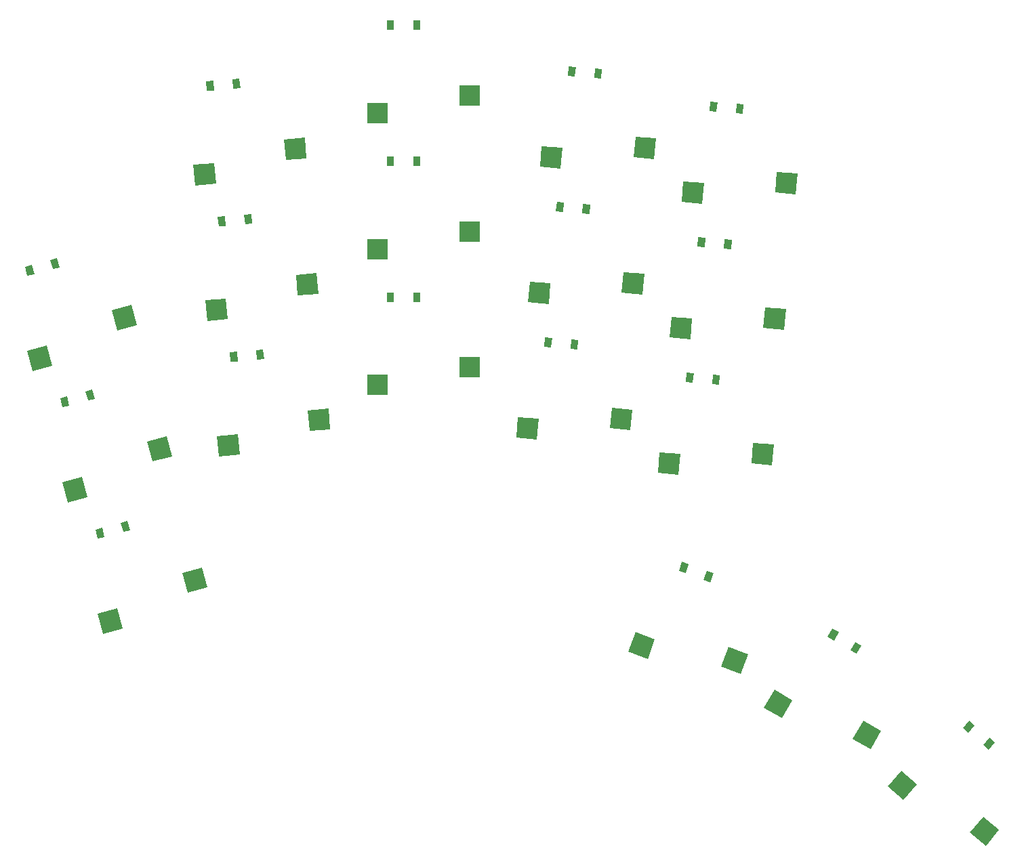
<source format=gbr>
%TF.GenerationSoftware,KiCad,Pcbnew,(5.1.10)-1*%
%TF.CreationDate,2021-09-28T22:32:17-05:00*%
%TF.ProjectId,a_duck,615f6475-636b-42e6-9b69-6361645f7063,VERSION_HERE*%
%TF.SameCoordinates,Original*%
%TF.FileFunction,Paste,Top*%
%TF.FilePolarity,Positive*%
%FSLAX46Y46*%
G04 Gerber Fmt 4.6, Leading zero omitted, Abs format (unit mm)*
G04 Created by KiCad (PCBNEW (5.1.10)-1) date 2021-09-28 22:32:17*
%MOMM*%
%LPD*%
G01*
G04 APERTURE LIST*
%ADD10C,0.100000*%
%ADD11R,2.600000X2.600000*%
%ADD12R,0.900000X1.200000*%
G04 APERTURE END LIST*
D10*
%TO.C,S16*%
G36*
X227146300Y-185025827D02*
G01*
X226257047Y-187469028D01*
X223813846Y-186579775D01*
X224703099Y-184136574D01*
X227146300Y-185025827D01*
G37*
G36*
X238752194Y-186908836D02*
G01*
X237862941Y-189352037D01*
X235419740Y-188462784D01*
X236308993Y-186019583D01*
X238752194Y-186908836D01*
G37*
%TD*%
%TO.C,S1*%
G36*
X159989631Y-181175734D02*
G01*
X160662560Y-183687141D01*
X158151153Y-184360070D01*
X157478224Y-181848663D01*
X159989631Y-181175734D01*
G37*
G36*
X170576673Y-176061337D02*
G01*
X171249602Y-178572744D01*
X168738195Y-179245673D01*
X168065266Y-176734266D01*
X170576673Y-176061337D01*
G37*
%TD*%
D11*
%TO.C,S7*%
X192443113Y-153250361D03*
X203993113Y-151050361D03*
%TD*%
%TO.C,S8*%
X192443113Y-136250361D03*
X203993113Y-134050361D03*
%TD*%
D10*
%TO.C,S6*%
G36*
X172073338Y-125512776D02*
G01*
X172299943Y-128102883D01*
X169709836Y-128329488D01*
X169483231Y-125739381D01*
X172073338Y-125512776D01*
G37*
G36*
X183387644Y-122314498D02*
G01*
X183614249Y-124904605D01*
X181024142Y-125131210D01*
X180797537Y-122541103D01*
X183387644Y-122314498D01*
G37*
%TD*%
D11*
%TO.C,S9*%
X192443113Y-119250361D03*
X203993113Y-117050361D03*
%TD*%
D10*
%TO.C,D1*%
G36*
X161272884Y-170220307D02*
G01*
X161583467Y-171379418D01*
X160714134Y-171612355D01*
X160403551Y-170453244D01*
X161272884Y-170220307D01*
G37*
G36*
X158085328Y-171074409D02*
G01*
X158395911Y-172233520D01*
X157526578Y-172466457D01*
X157215995Y-171307346D01*
X158085328Y-171074409D01*
G37*
%TD*%
%TO.C,S2*%
G36*
X155589708Y-164754995D02*
G01*
X156262637Y-167266402D01*
X153751230Y-167939331D01*
X153078301Y-165427924D01*
X155589708Y-164754995D01*
G37*
G36*
X166176750Y-159640598D02*
G01*
X166849679Y-162152005D01*
X164338272Y-162824934D01*
X163665343Y-160313527D01*
X166176750Y-159640598D01*
G37*
%TD*%
%TO.C,D2*%
G36*
X156872960Y-153799568D02*
G01*
X157183543Y-154958679D01*
X156314210Y-155191616D01*
X156003627Y-154032505D01*
X156872960Y-153799568D01*
G37*
G36*
X153685404Y-154653670D02*
G01*
X153995987Y-155812781D01*
X153126654Y-156045718D01*
X152816071Y-154886607D01*
X153685404Y-154653670D01*
G37*
%TD*%
%TO.C,S3*%
G36*
X151189784Y-148334256D02*
G01*
X151862713Y-150845663D01*
X149351306Y-151518592D01*
X148678377Y-149007185D01*
X151189784Y-148334256D01*
G37*
G36*
X161776826Y-143219859D02*
G01*
X162449755Y-145731266D01*
X159938348Y-146404195D01*
X159265419Y-143892788D01*
X161776826Y-143219859D01*
G37*
%TD*%
%TO.C,D3*%
G36*
X152473037Y-137378829D02*
G01*
X152783620Y-138537940D01*
X151914287Y-138770877D01*
X151603704Y-137611766D01*
X152473037Y-137378829D01*
G37*
G36*
X149285481Y-138232931D02*
G01*
X149596064Y-139392042D01*
X148726731Y-139624979D01*
X148416148Y-138465868D01*
X149285481Y-138232931D01*
G37*
%TD*%
%TO.C,S4*%
G36*
X175036633Y-159383396D02*
G01*
X175263238Y-161973503D01*
X172673131Y-162200108D01*
X172446526Y-159610001D01*
X175036633Y-159383396D01*
G37*
G36*
X186350939Y-156185118D02*
G01*
X186577544Y-158775225D01*
X183987437Y-159001830D01*
X183760832Y-156411723D01*
X186350939Y-156185118D01*
G37*
%TD*%
%TO.C,D4*%
G36*
X178202780Y-148817241D02*
G01*
X178307367Y-150012675D01*
X177410792Y-150091115D01*
X177306205Y-148895681D01*
X178202780Y-148817241D01*
G37*
G36*
X174915338Y-149104855D02*
G01*
X175019925Y-150300289D01*
X174123350Y-150378729D01*
X174018763Y-149183295D01*
X174915338Y-149104855D01*
G37*
%TD*%
%TO.C,S5*%
G36*
X173554986Y-142448086D02*
G01*
X173781591Y-145038193D01*
X171191484Y-145264798D01*
X170964879Y-142674691D01*
X173554986Y-142448086D01*
G37*
G36*
X184869292Y-139249808D02*
G01*
X185095897Y-141839915D01*
X182505790Y-142066520D01*
X182279185Y-139476413D01*
X184869292Y-139249808D01*
G37*
%TD*%
%TO.C,D5*%
G36*
X176721132Y-131881931D02*
G01*
X176825719Y-133077365D01*
X175929144Y-133155805D01*
X175824557Y-131960371D01*
X176721132Y-131881931D01*
G37*
G36*
X173433690Y-132169545D02*
G01*
X173538277Y-133364979D01*
X172641702Y-133443419D01*
X172537115Y-132247985D01*
X173433690Y-132169545D01*
G37*
%TD*%
%TO.C,D6*%
G36*
X175239485Y-114946621D02*
G01*
X175344072Y-116142055D01*
X174447497Y-116220495D01*
X174342910Y-115025061D01*
X175239485Y-114946621D01*
G37*
G36*
X171952043Y-115234235D02*
G01*
X172056630Y-116429669D01*
X171160055Y-116508109D01*
X171055468Y-115312675D01*
X171952043Y-115234235D01*
G37*
%TD*%
D12*
%TO.C,D7*%
X197368113Y-142300361D03*
X194068113Y-142300361D03*
%TD*%
%TO.C,D8*%
X197368113Y-125300361D03*
X194068113Y-125300361D03*
%TD*%
%TO.C,D9*%
X197368113Y-108300362D03*
X194068113Y-108300362D03*
%TD*%
D10*
%TO.C,S10*%
G36*
X212627003Y-157491890D02*
G01*
X212400398Y-160081997D01*
X209810291Y-159855392D01*
X210036896Y-157265285D01*
X212627003Y-157491890D01*
G37*
G36*
X224324794Y-156306911D02*
G01*
X224098189Y-158897018D01*
X221508082Y-158670413D01*
X221734687Y-156080306D01*
X224324794Y-156306911D01*
G37*
%TD*%
%TO.C,D10*%
G36*
X217579841Y-147636055D02*
G01*
X217475254Y-148831489D01*
X216578679Y-148753049D01*
X216683266Y-147557615D01*
X217579841Y-147636055D01*
G37*
G36*
X214292399Y-147348441D02*
G01*
X214187812Y-148543875D01*
X213291237Y-148465435D01*
X213395824Y-147270001D01*
X214292399Y-147348441D01*
G37*
%TD*%
%TO.C,S11*%
G36*
X214108650Y-140556580D02*
G01*
X213882045Y-143146687D01*
X211291938Y-142920082D01*
X211518543Y-140329975D01*
X214108650Y-140556580D01*
G37*
G36*
X225806441Y-139371601D02*
G01*
X225579836Y-141961708D01*
X222989729Y-141735103D01*
X223216334Y-139144996D01*
X225806441Y-139371601D01*
G37*
%TD*%
%TO.C,D11*%
G36*
X219061489Y-130700745D02*
G01*
X218956902Y-131896179D01*
X218060327Y-131817739D01*
X218164914Y-130622305D01*
X219061489Y-130700745D01*
G37*
G36*
X215774047Y-130413131D02*
G01*
X215669460Y-131608565D01*
X214772885Y-131530125D01*
X214877472Y-130334691D01*
X215774047Y-130413131D01*
G37*
%TD*%
%TO.C,S12*%
G36*
X215590298Y-123621271D02*
G01*
X215363693Y-126211378D01*
X212773586Y-125984773D01*
X213000191Y-123394666D01*
X215590298Y-123621271D01*
G37*
G36*
X227288089Y-122436292D02*
G01*
X227061484Y-125026399D01*
X224471377Y-124799794D01*
X224697982Y-122209687D01*
X227288089Y-122436292D01*
G37*
%TD*%
%TO.C,D12*%
G36*
X220543137Y-113765435D02*
G01*
X220438550Y-114960869D01*
X219541975Y-114882429D01*
X219646562Y-113686995D01*
X220543137Y-113765435D01*
G37*
G36*
X217255695Y-113477821D02*
G01*
X217151108Y-114673255D01*
X216254533Y-114594815D01*
X216359120Y-113399381D01*
X217255695Y-113477821D01*
G37*
%TD*%
%TO.C,S13*%
G36*
X230311566Y-161883245D02*
G01*
X230084961Y-164473352D01*
X227494854Y-164246747D01*
X227721459Y-161656640D01*
X230311566Y-161883245D01*
G37*
G36*
X242009357Y-160698266D02*
G01*
X241782752Y-163288373D01*
X239192645Y-163061768D01*
X239419250Y-160471661D01*
X242009357Y-160698266D01*
G37*
%TD*%
%TO.C,D13*%
G36*
X235264405Y-152027410D02*
G01*
X235159818Y-153222844D01*
X234263243Y-153144404D01*
X234367830Y-151948970D01*
X235264405Y-152027410D01*
G37*
G36*
X231976963Y-151739796D02*
G01*
X231872376Y-152935230D01*
X230975801Y-152856790D01*
X231080388Y-151661356D01*
X231976963Y-151739796D01*
G37*
%TD*%
%TO.C,S14*%
G36*
X231793214Y-144947935D02*
G01*
X231566609Y-147538042D01*
X228976502Y-147311437D01*
X229203107Y-144721330D01*
X231793214Y-144947935D01*
G37*
G36*
X243491005Y-143762956D02*
G01*
X243264400Y-146353063D01*
X240674293Y-146126458D01*
X240900898Y-143536351D01*
X243491005Y-143762956D01*
G37*
%TD*%
%TO.C,D14*%
G36*
X236746052Y-135092100D02*
G01*
X236641465Y-136287534D01*
X235744890Y-136209094D01*
X235849477Y-135013660D01*
X236746052Y-135092100D01*
G37*
G36*
X233458610Y-134804486D02*
G01*
X233354023Y-135999920D01*
X232457448Y-135921480D01*
X232562035Y-134726046D01*
X233458610Y-134804486D01*
G37*
%TD*%
%TO.C,S15*%
G36*
X233274861Y-128012626D02*
G01*
X233048256Y-130602733D01*
X230458149Y-130376128D01*
X230684754Y-127786021D01*
X233274861Y-128012626D01*
G37*
G36*
X244972652Y-126827647D02*
G01*
X244746047Y-129417754D01*
X242155940Y-129191149D01*
X242382545Y-126601042D01*
X244972652Y-126827647D01*
G37*
%TD*%
%TO.C,D15*%
G36*
X238227700Y-118156790D02*
G01*
X238123113Y-119352224D01*
X237226538Y-119273784D01*
X237331125Y-118078350D01*
X238227700Y-118156790D01*
G37*
G36*
X234940258Y-117869176D02*
G01*
X234835671Y-119064610D01*
X233939096Y-118986170D01*
X234043683Y-117790736D01*
X234940258Y-117869176D01*
G37*
%TD*%
%TO.C,D16*%
G36*
X234481254Y-176787709D02*
G01*
X234070830Y-177915341D01*
X233225106Y-177607523D01*
X233635530Y-176479891D01*
X234481254Y-176787709D01*
G37*
G36*
X231380268Y-175659043D02*
G01*
X230969844Y-176786675D01*
X230124120Y-176478857D01*
X230534544Y-175351225D01*
X231380268Y-175659043D01*
G37*
%TD*%
%TO.C,S17*%
G36*
X244309457Y-192649284D02*
G01*
X243009457Y-194900950D01*
X240757791Y-193600950D01*
X242057791Y-191349284D01*
X244309457Y-192649284D01*
G37*
G36*
X255412050Y-196519028D02*
G01*
X254112050Y-198770694D01*
X251860384Y-197470694D01*
X253160384Y-195219028D01*
X255412050Y-196519028D01*
G37*
%TD*%
%TO.C,D17*%
G36*
X252963510Y-185810024D02*
G01*
X252363510Y-186849254D01*
X251584088Y-186399254D01*
X252184088Y-185360024D01*
X252963510Y-185810024D01*
G37*
G36*
X250105626Y-184160024D02*
G01*
X249505626Y-185199254D01*
X248726204Y-184749254D01*
X249326204Y-183710024D01*
X250105626Y-184160024D01*
G37*
%TD*%
%TO.C,S18*%
G36*
X259888068Y-203137275D02*
G01*
X258216820Y-205128991D01*
X256225104Y-203457743D01*
X257896352Y-201466027D01*
X259888068Y-203137275D01*
G37*
G36*
X270150014Y-208876174D02*
G01*
X268478766Y-210867890D01*
X266487050Y-209196642D01*
X268158298Y-207204926D01*
X270150014Y-208876174D01*
G37*
%TD*%
%TO.C,D18*%
G36*
X269598272Y-197904679D02*
G01*
X268826926Y-198823932D01*
X268137486Y-198245423D01*
X268908832Y-197326170D01*
X269598272Y-197904679D01*
G37*
G36*
X267070326Y-195783479D02*
G01*
X266298980Y-196702732D01*
X265609540Y-196124223D01*
X266380886Y-195204970D01*
X267070326Y-195783479D01*
G37*
%TD*%
M02*

</source>
